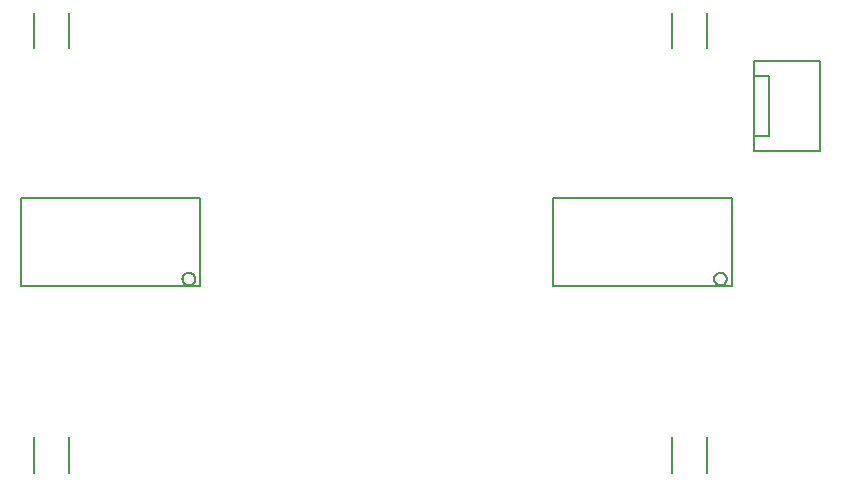
<source format=gbo>
G75*
G70*
%OFA0B0*%
%FSLAX24Y24*%
%IPPOS*%
%LPD*%
%AMOC8*
5,1,8,0,0,1.08239X$1,22.5*
%
%ADD10C,0.0060*%
%ADD11C,0.0050*%
D10*
X004682Y002320D02*
X004682Y003490D01*
X005842Y003490D02*
X005842Y002320D01*
X004230Y008549D02*
X004230Y011473D01*
X010195Y011473D01*
X010195Y008549D01*
X004230Y008549D01*
X009615Y008771D02*
X009617Y008800D01*
X009623Y008828D01*
X009632Y008855D01*
X009646Y008880D01*
X009662Y008904D01*
X009682Y008924D01*
X009704Y008943D01*
X009728Y008957D01*
X009755Y008969D01*
X009782Y008977D01*
X009811Y008981D01*
X009839Y008981D01*
X009868Y008977D01*
X009895Y008969D01*
X009922Y008957D01*
X009946Y008943D01*
X009968Y008924D01*
X009988Y008904D01*
X010004Y008880D01*
X010018Y008855D01*
X010027Y008828D01*
X010033Y008800D01*
X010035Y008771D01*
X010033Y008742D01*
X010027Y008714D01*
X010018Y008687D01*
X010004Y008662D01*
X009988Y008638D01*
X009968Y008618D01*
X009946Y008599D01*
X009922Y008585D01*
X009895Y008573D01*
X009868Y008565D01*
X009839Y008561D01*
X009811Y008561D01*
X009782Y008565D01*
X009755Y008573D01*
X009728Y008585D01*
X009704Y008599D01*
X009682Y008618D01*
X009662Y008638D01*
X009646Y008662D01*
X009632Y008687D01*
X009623Y008714D01*
X009617Y008742D01*
X009615Y008771D01*
X005842Y016483D02*
X005842Y017653D01*
X004682Y017653D02*
X004682Y016483D01*
X021952Y011473D02*
X021952Y008549D01*
X027917Y008549D01*
X027917Y011473D01*
X021952Y011473D01*
X027337Y008771D02*
X027339Y008800D01*
X027345Y008828D01*
X027354Y008855D01*
X027368Y008880D01*
X027384Y008904D01*
X027404Y008924D01*
X027426Y008943D01*
X027450Y008957D01*
X027477Y008969D01*
X027504Y008977D01*
X027533Y008981D01*
X027561Y008981D01*
X027590Y008977D01*
X027617Y008969D01*
X027644Y008957D01*
X027668Y008943D01*
X027690Y008924D01*
X027710Y008904D01*
X027726Y008880D01*
X027740Y008855D01*
X027749Y008828D01*
X027755Y008800D01*
X027757Y008771D01*
X027755Y008742D01*
X027749Y008714D01*
X027740Y008687D01*
X027726Y008662D01*
X027710Y008638D01*
X027690Y008618D01*
X027668Y008599D01*
X027644Y008585D01*
X027617Y008573D01*
X027590Y008565D01*
X027561Y008561D01*
X027533Y008561D01*
X027504Y008565D01*
X027477Y008573D01*
X027450Y008585D01*
X027426Y008599D01*
X027404Y008618D01*
X027384Y008638D01*
X027368Y008662D01*
X027354Y008687D01*
X027345Y008714D01*
X027339Y008742D01*
X027337Y008771D01*
X027102Y003490D02*
X027102Y002320D01*
X025942Y002320D02*
X025942Y003490D01*
X025942Y016483D02*
X025942Y017653D01*
X027102Y017653D02*
X027102Y016483D01*
D11*
X028671Y016030D02*
X028671Y015530D01*
X029171Y015530D01*
X029171Y013530D01*
X028671Y013530D01*
X028671Y013030D01*
X030871Y013030D01*
X030871Y016030D01*
X028671Y016030D01*
X028671Y015530D02*
X028671Y013530D01*
M02*

</source>
